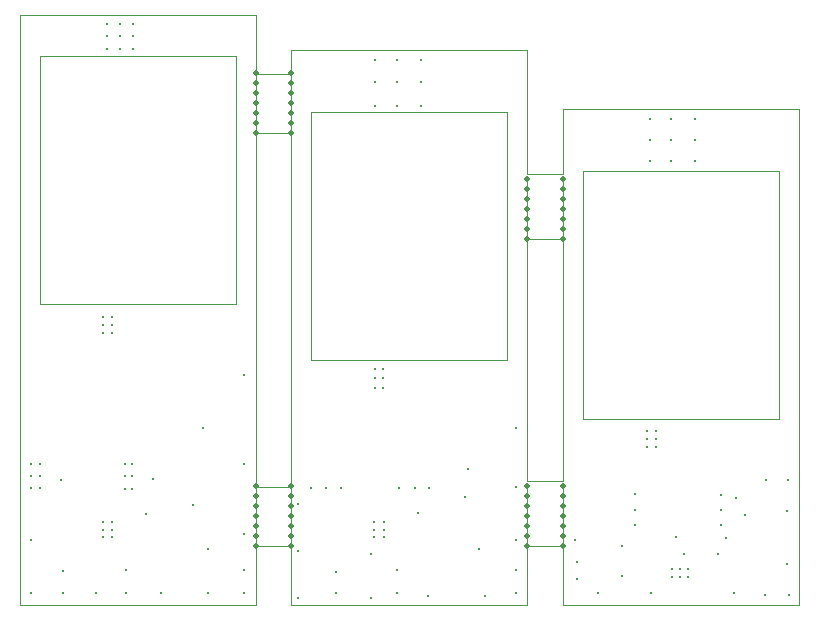
<source format=gbr>
%FSDAX33Y33*%
%MOMM*%
%SFA1.000B1.000*%

%MIA0B0*%
%IPPOS*%
%ADD20C,0.30000*%
%ADD166C,0.50100*%
%ADD238C,0.00100*%
%LNOUT*%
%LPD*%
G54D20*
X019739Y001001D03*
X025238Y001001D03*
X022439Y001001D03*
X022439Y002901D03*
X019739Y005499D03*
X025779Y005740D03*
X025779Y006401D03*
X025779Y007061D03*
X019688Y009901D03*
X020437Y009901D03*
X022238Y010599D03*
X019688Y010899D03*
X020437Y010899D03*
X020437Y011951D03*
X019688Y011951D03*
X025837Y023081D03*
X025837Y023739D03*
X025837Y024399D03*
X027237Y049200D03*
X026137Y049200D03*
X028339Y049200D03*
X026137Y048199D03*
X027237Y048199D03*
X028339Y048199D03*
X027237Y047099D03*
X026137Y047099D03*
X028339Y047099D03*
X026597Y024399D03*
X026597Y023739D03*
X026597Y023081D03*
X027638Y011999D03*
X028288Y011999D03*
X027638Y010899D03*
X028288Y010899D03*
X030038Y010701D03*
X027638Y009799D03*
X028288Y009799D03*
X029439Y007699D03*
X026559Y007061D03*
X026559Y006401D03*
X026559Y005740D03*
X027737Y003000D03*
X030737Y001001D03*
X027737Y001001D03*
X034737Y001001D03*
X037737Y001001D03*
X037737Y003000D03*
X034737Y004801D03*
X037737Y005999D03*
X033437Y008499D03*
X037737Y011999D03*
X034237Y015001D03*
X037737Y019500D03*
X048837Y046200D03*
X050737Y046200D03*
X048837Y044300D03*
X050737Y044300D03*
X048837Y042301D03*
X050737Y042301D03*
X048837Y020000D03*
X049538Y020000D03*
X048837Y019200D03*
X049538Y019200D03*
X048837Y018400D03*
X049538Y018400D03*
X045939Y009949D03*
X044689Y009949D03*
X050887Y009949D03*
X043389Y009949D03*
X042337Y008600D03*
X049637Y007061D03*
X048738Y007061D03*
X049637Y006401D03*
X048738Y006401D03*
X049637Y005740D03*
X048738Y005740D03*
X042337Y004600D03*
X048537Y004300D03*
X050737Y003000D03*
X045538Y002799D03*
X045538Y001001D03*
X050737Y001001D03*
X048537Y000599D03*
X042337Y000599D03*
X053338Y000800D03*
X057638Y004750D03*
X052487Y007800D03*
X056439Y009200D03*
X053389Y009949D03*
X052187Y009949D03*
X056739Y011501D03*
X052738Y042301D03*
X052738Y044300D03*
X052738Y046200D03*
X060737Y015001D03*
X060737Y010000D03*
X060737Y005499D03*
X065738Y005499D03*
X069739Y005001D03*
X065919Y003640D03*
X060737Y003000D03*
X069739Y002499D03*
X065919Y002179D03*
X060737Y001001D03*
X067737Y001001D03*
X058138Y000800D03*
X072238Y001001D03*
X075299Y002400D03*
X074638Y002400D03*
X073978Y002400D03*
X075299Y003061D03*
X073978Y003061D03*
X074638Y003061D03*
X074999Y004300D03*
X074298Y005761D03*
X070818Y006820D03*
X070818Y008100D03*
X070818Y009380D03*
X071839Y013360D03*
X072599Y013360D03*
X071839Y014041D03*
X072599Y014041D03*
X072599Y014740D03*
X071839Y014740D03*
X075939Y037600D03*
X073937Y037600D03*
X072139Y037600D03*
X072139Y039400D03*
X073937Y039400D03*
X075939Y039400D03*
X073937Y041199D03*
X075939Y041199D03*
X072139Y041199D03*
X081938Y010579D03*
X078118Y009340D03*
X079419Y009040D03*
X078118Y008059D03*
X080158Y007661D03*
X078118Y006800D03*
X078517Y005700D03*
X077839Y004341D03*
X079238Y001001D03*
X081898Y000841D03*
X083859Y000841D03*
X083739Y003500D03*
X083739Y008001D03*
X083838Y010579D03*
G54D166*
X041738Y042530D03*
X038738Y042530D03*
X041738Y043380D03*
X038738Y043380D03*
X041738Y041700D03*
X038738Y041700D03*
X041738Y040850D03*
X038738Y040850D03*
X041738Y040000D03*
X038738Y040000D03*
X041738Y044230D03*
X038738Y044230D03*
X041738Y045080D03*
X038738Y045080D03*
X041738Y007530D03*
X038738Y007530D03*
X041738Y008380D03*
X038738Y008380D03*
X041738Y006700D03*
X038738Y006700D03*
X041738Y005850D03*
X038738Y005850D03*
X041738Y005000D03*
X038738Y005000D03*
X041738Y009230D03*
X038738Y009230D03*
X041738Y010080D03*
X038738Y010080D03*
X064738Y007530D03*
X061738Y007530D03*
X064738Y008380D03*
X061738Y008380D03*
X064738Y006700D03*
X061738Y006700D03*
X064738Y005850D03*
X061738Y005850D03*
X064738Y005000D03*
X061738Y005000D03*
X064738Y009230D03*
X061738Y009230D03*
X064738Y010080D03*
X061738Y010080D03*
X064738Y033530D03*
X061738Y033530D03*
X064738Y034380D03*
X061738Y034380D03*
X064738Y032700D03*
X061738Y032700D03*
X064738Y031850D03*
X061738Y031850D03*
X064738Y031000D03*
X061738Y031000D03*
X064738Y035230D03*
X061738Y035230D03*
X064738Y036080D03*
X061738Y036080D03*
G54D238*
X018738Y000000D02*
G01X038738Y000000D01*
X038738Y005000D01*
X041738Y005000D01*
X041738Y000000D01*
X061738Y000000D01*
X061738Y005000D01*
X064738Y005000D01*
X064738Y000000D01*
X084738Y000000D01*
X084738Y042000D01*
X064738Y042000D01*
X064738Y036500D01*
X061738Y036500D01*
X061738Y047000D01*
X041738Y047000D01*
X041738Y045000D01*
X038738Y045000D01*
X038738Y050000D01*
X018738Y050000D01*
X018738Y000000D01*
X038738Y040000D02*
G01X041738Y040000D01*
X041738Y010000D01*
X038738Y010000D01*
X038738Y040000D01*
X018738Y000000D02*
G01X038738Y000000D01*
X038738Y005000D01*
X041738Y005000D01*
X041738Y000000D01*
X061738Y000000D01*
X061738Y005000D01*
X064738Y005000D01*
X064738Y000000D01*
X084738Y000000D01*
X084738Y042000D01*
X064738Y042000D01*
X064738Y036500D01*
X061738Y036500D01*
X061738Y047000D01*
X041738Y047000D01*
X041738Y045000D01*
X038738Y045000D01*
X038738Y050000D01*
X018738Y050000D01*
X018738Y000000D01*
X038738Y040000D02*
G01X041738Y040000D01*
X041738Y010000D01*
X038738Y010000D01*
X038738Y040000D01*
X018738Y000000D02*
G01X038738Y000000D01*
X038738Y005000D01*
X041738Y005000D01*
X041738Y000000D01*
X061738Y000000D01*
X061738Y005000D01*
X064738Y005000D01*
X064738Y000000D01*
X084738Y000000D01*
X084738Y042000D01*
X064738Y042000D01*
X064738Y036500D01*
X061738Y036500D01*
X061738Y047000D01*
X041738Y047000D01*
X041738Y045000D01*
X038738Y045000D01*
X038738Y050000D01*
X018738Y050000D01*
X018738Y000000D01*
X038738Y040000D02*
G01X041738Y040000D01*
X041738Y010000D01*
X038738Y010000D01*
X038738Y040000D01*
X018738Y000000D02*
G01X038738Y000000D01*
X038738Y005000D01*
X041738Y005000D01*
X041738Y000000D01*
X061738Y000000D01*
X061738Y005000D01*
X064738Y005000D01*
X064738Y000000D01*
X084738Y000000D01*
X084738Y042000D01*
X064738Y042000D01*
X064738Y036500D01*
X061738Y036500D01*
X061738Y047000D01*
X041738Y047000D01*
X041738Y045000D01*
X038738Y045000D01*
X038738Y050000D01*
X018738Y050000D01*
X018738Y000000D01*
X038738Y040000D02*
G01X041738Y040000D01*
X041738Y010000D01*
X038738Y010000D01*
X038738Y040000D01*
X020458Y025515D02*
G01X037058Y025515D01*
X037058Y046515D01*
X020458Y046515D01*
X020458Y025515D01*
X018738Y000000D02*
G01X038738Y000000D01*
X038738Y005000D01*
X041738Y005000D01*
X041738Y000000D01*
X061738Y000000D01*
X061738Y005000D01*
X064738Y005000D01*
X064738Y000000D01*
X084738Y000000D01*
X084738Y042000D01*
X064738Y042000D01*
X064738Y036500D01*
X061738Y036500D01*
X061738Y047000D01*
X041738Y047000D01*
X041738Y045000D01*
X038738Y045000D01*
X038738Y050000D01*
X018738Y050000D01*
X018738Y000000D01*
X038738Y040000D02*
G01X041738Y040000D01*
X041738Y010000D01*
X038738Y010000D01*
X038738Y040000D01*
X043433Y020750D02*
G01X060033Y020750D01*
X060033Y041750D01*
X043433Y041750D01*
X043433Y020750D01*
X061738Y010500D02*
G01X064738Y010500D01*
X064738Y031000D01*
X061738Y031000D01*
X061738Y010500D01*
X061738Y010500D02*
G01X064738Y010500D01*
X064738Y031000D01*
X061738Y031000D01*
X061738Y010500D01*
X061738Y010500D02*
G01X064738Y010500D01*
X064738Y031000D01*
X061738Y031000D01*
X061738Y010500D01*
X061738Y010500D02*
G01X064738Y010500D01*
X064738Y031000D01*
X061738Y031000D01*
X061738Y010500D01*
X061738Y010500D02*
G01X064738Y010500D01*
X064738Y031000D01*
X061738Y031000D01*
X061738Y010500D01*
X066458Y015795D02*
G01X083058Y015795D01*
X083058Y036795D01*
X066458Y036795D01*
X066458Y015795D01*
X041738Y045380D02*
G01X041738Y039680D01*
X038738Y045380D02*
G01X038738Y039680D01*
X041738Y010380D02*
G01X041738Y004680D01*
X038738Y010380D02*
G01X038738Y004680D01*
X064738Y010380D02*
G01X064738Y004680D01*
X061738Y010380D02*
G01X061738Y004680D01*
X064738Y036380D02*
G01X064738Y030680D01*
X061738Y036380D02*
G01X061738Y030680D01*
M02*

</source>
